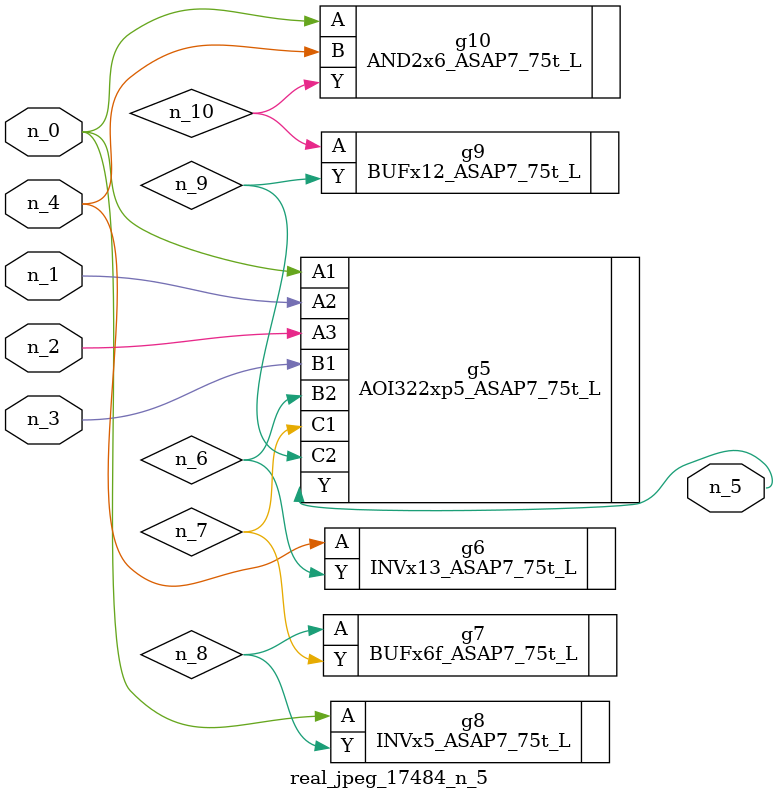
<source format=v>
module real_jpeg_17484_n_5 (n_4, n_0, n_1, n_2, n_3, n_5);

input n_4;
input n_0;
input n_1;
input n_2;
input n_3;

output n_5;

wire n_8;
wire n_6;
wire n_7;
wire n_10;
wire n_9;

AOI322xp5_ASAP7_75t_L g5 ( 
.A1(n_0),
.A2(n_1),
.A3(n_2),
.B1(n_3),
.B2(n_6),
.C1(n_7),
.C2(n_9),
.Y(n_5)
);

INVx5_ASAP7_75t_L g8 ( 
.A(n_0),
.Y(n_8)
);

AND2x6_ASAP7_75t_L g10 ( 
.A(n_0),
.B(n_4),
.Y(n_10)
);

INVx13_ASAP7_75t_L g6 ( 
.A(n_4),
.Y(n_6)
);

BUFx6f_ASAP7_75t_L g7 ( 
.A(n_8),
.Y(n_7)
);

BUFx12_ASAP7_75t_L g9 ( 
.A(n_10),
.Y(n_9)
);


endmodule
</source>
